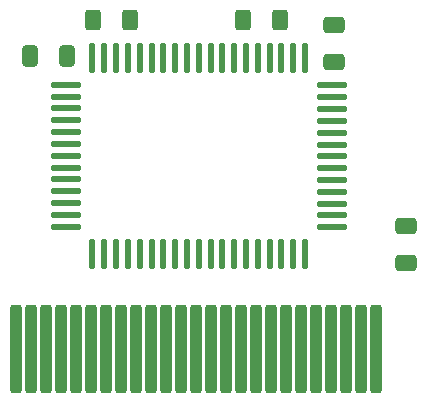
<source format=gbr>
%TF.GenerationSoftware,KiCad,Pcbnew,(6.0.5)*%
%TF.CreationDate,2023-06-09T12:11:34-05:00*%
%TF.ProjectId,pcchips_apic,70636368-6970-4735-9f61-7069632e6b69,rev?*%
%TF.SameCoordinates,Original*%
%TF.FileFunction,Paste,Top*%
%TF.FilePolarity,Positive*%
%FSLAX46Y46*%
G04 Gerber Fmt 4.6, Leading zero omitted, Abs format (unit mm)*
G04 Created by KiCad (PCBNEW (6.0.5)) date 2023-06-09 12:11:34*
%MOMM*%
%LPD*%
G01*
G04 APERTURE LIST*
G04 Aperture macros list*
%AMRoundRect*
0 Rectangle with rounded corners*
0 $1 Rounding radius*
0 $2 $3 $4 $5 $6 $7 $8 $9 X,Y pos of 4 corners*
0 Add a 4 corners polygon primitive as box body*
4,1,4,$2,$3,$4,$5,$6,$7,$8,$9,$2,$3,0*
0 Add four circle primitives for the rounded corners*
1,1,$1+$1,$2,$3*
1,1,$1+$1,$4,$5*
1,1,$1+$1,$6,$7*
1,1,$1+$1,$8,$9*
0 Add four rect primitives between the rounded corners*
20,1,$1+$1,$2,$3,$4,$5,0*
20,1,$1+$1,$4,$5,$6,$7,0*
20,1,$1+$1,$6,$7,$8,$9,0*
20,1,$1+$1,$8,$9,$2,$3,0*%
G04 Aperture macros list end*
%ADD10RoundRect,0.125000X-0.125000X-1.125000X0.125000X-1.125000X0.125000X1.125000X-0.125000X1.125000X0*%
%ADD11RoundRect,0.125000X1.125000X-0.125000X1.125000X0.125000X-1.125000X0.125000X-1.125000X-0.125000X0*%
%ADD12RoundRect,0.125000X0.125000X1.125000X-0.125000X1.125000X-0.125000X-1.125000X0.125000X-1.125000X0*%
%ADD13RoundRect,0.125000X-1.125000X0.125000X-1.125000X-0.125000X1.125000X-0.125000X1.125000X0.125000X0*%
%ADD14RoundRect,0.250000X0.650000X-0.412500X0.650000X0.412500X-0.650000X0.412500X-0.650000X-0.412500X0*%
%ADD15RoundRect,0.250000X-0.250000X-3.500000X0.250000X-3.500000X0.250000X3.500000X-0.250000X3.500000X0*%
%ADD16RoundRect,0.250000X0.400000X0.625000X-0.400000X0.625000X-0.400000X-0.625000X0.400000X-0.625000X0*%
%ADD17RoundRect,0.250000X0.412500X0.650000X-0.412500X0.650000X-0.412500X-0.650000X0.412500X-0.650000X0*%
G04 APERTURE END LIST*
D10*
%TO.C,U1*%
X127110000Y-60920000D03*
X126110000Y-60920000D03*
X125110000Y-60920000D03*
X124110000Y-60920000D03*
X123110000Y-60920000D03*
X122110000Y-60920000D03*
X121110000Y-60920000D03*
X120110000Y-60920000D03*
X119110000Y-60920000D03*
X118110000Y-60920000D03*
X117110000Y-60920000D03*
X116110000Y-60920000D03*
X115110000Y-60920000D03*
X114110000Y-60920000D03*
X113110000Y-60920000D03*
X112110000Y-60920000D03*
X111110000Y-60920000D03*
X110110000Y-60920000D03*
X109110000Y-60920000D03*
D11*
X106860000Y-63170000D03*
X106860000Y-64170000D03*
X106860000Y-65170000D03*
X106860000Y-66170000D03*
X106860000Y-67170000D03*
X106860000Y-68170000D03*
X106860000Y-69170000D03*
X106860000Y-70170000D03*
X106860000Y-71170000D03*
X106860000Y-72170000D03*
X106860000Y-73170000D03*
X106860000Y-74170000D03*
X106860000Y-75170000D03*
D12*
X109110000Y-77470000D03*
X110110000Y-77470000D03*
X111110000Y-77470000D03*
X112110000Y-77470000D03*
X113110000Y-77470000D03*
X114110000Y-77470000D03*
X115110000Y-77470000D03*
X116110000Y-77470000D03*
X117110000Y-77470000D03*
X118110000Y-77470000D03*
X119110000Y-77470000D03*
X120110000Y-77470000D03*
X121110000Y-77470000D03*
X122110000Y-77470000D03*
X123110000Y-77470000D03*
X124110000Y-77470000D03*
X125110000Y-77470000D03*
X126110000Y-77470000D03*
X127110000Y-77470000D03*
D13*
X129360000Y-75220000D03*
X129360000Y-74220000D03*
X129360000Y-73220000D03*
X129360000Y-72220000D03*
X129360000Y-71220000D03*
X129360000Y-70220000D03*
X129360000Y-69220000D03*
X129360000Y-68220000D03*
X129360000Y-67220000D03*
X129360000Y-66220000D03*
X129360000Y-65220000D03*
X129360000Y-64220000D03*
X129360000Y-63220000D03*
%TD*%
D14*
%TO.C,C3*%
X129540000Y-61252500D03*
X129540000Y-58127500D03*
%TD*%
%TO.C,C4*%
X135636000Y-78270500D03*
X135636000Y-75145500D03*
%TD*%
D15*
%TO.C,.*%
X102642000Y-85542000D03*
X103912000Y-85542000D03*
X105182000Y-85542000D03*
X106452000Y-85542000D03*
X107722000Y-85542000D03*
X108992000Y-85542000D03*
X110262000Y-85542000D03*
X111532000Y-85542000D03*
X112802000Y-85542000D03*
X114072000Y-85542000D03*
X115342000Y-85542000D03*
X116612000Y-85542000D03*
X117882000Y-85542000D03*
X119152000Y-85542000D03*
X120422000Y-85542000D03*
X121692000Y-85542000D03*
X122962000Y-85542000D03*
X124232000Y-85542000D03*
X125502000Y-85542000D03*
X126772000Y-85542000D03*
X128042000Y-85542000D03*
X129312000Y-85542000D03*
X130582000Y-85542000D03*
X131852000Y-85542000D03*
X133122000Y-85542000D03*
%TD*%
D16*
%TO.C,R1*%
X112294000Y-57658000D03*
X109194000Y-57658000D03*
%TD*%
%TO.C,R5*%
X124994000Y-57658000D03*
X121894000Y-57658000D03*
%TD*%
D17*
%TO.C,C1*%
X106972500Y-60706000D03*
X103847500Y-60706000D03*
%TD*%
M02*

</source>
